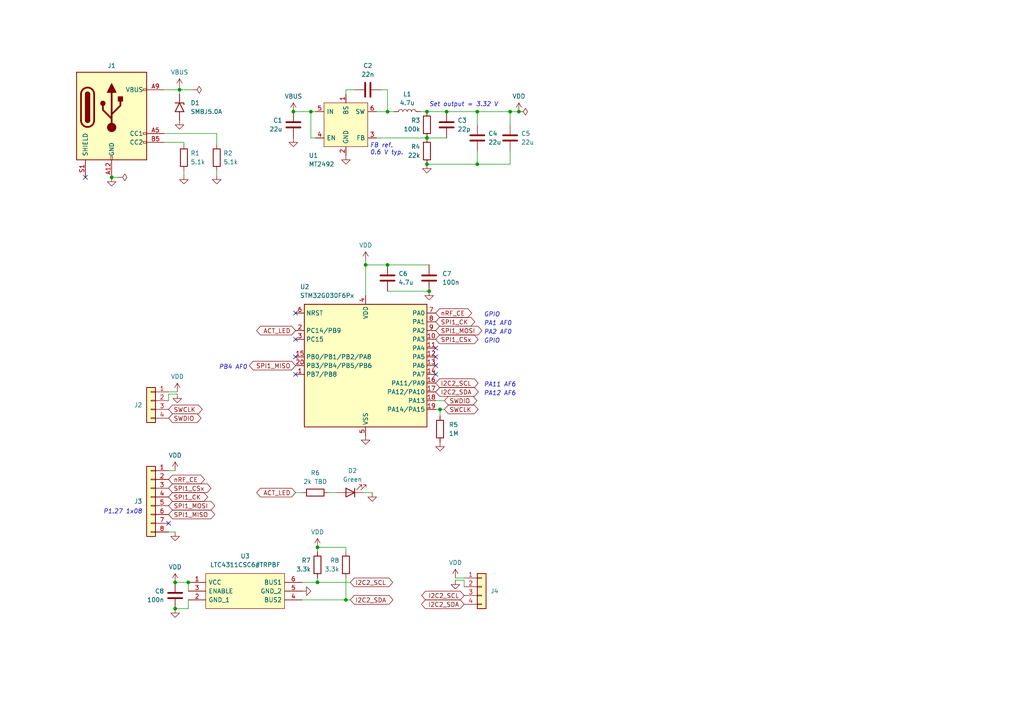
<source format=kicad_sch>
(kicad_sch (version 20230121) (generator eeschema)
  (paper "A4")
  (lib_symbols
    (symbol "Connector:USB_C_Receptacle_PowerOnly_6P" (pin_names (offset 1.016))
      (property "Reference" "J" (at 0 16.51 0))
      (property "Value" "USB_C_Receptacle_PowerOnly_6P" (at 0 13.97 0))
      (symbol "USB_C_Receptacle_PowerOnly_6P_0_0"
        (rectangle (start -0.254 -12.7) (end 0.254 -11.684))
        (rectangle (start 10.16 -7.366) (end 9.144 -7.874))
        (rectangle (start 10.16 -4.826) (end 9.144 -5.334))
        (rectangle (start 10.16 7.874) (end 9.144 7.366))
      )
      (symbol "USB_C_Receptacle_PowerOnly_6P_0_1"
        (rectangle (start -10.16 12.7) (end 10.16 -12.7) (stroke (width 0.254)) (fill (type background)))
        (arc (start -8.89 -1.27) (mid -6.985 -3.1667) (end -5.08 -1.27) (stroke (width 0.508)))
        (arc (start -7.62 -1.27) (mid -6.985 -1.9023) (end -6.35 -1.27) (stroke (width 0.254)))
        (arc (start -7.62 -1.27) (mid -6.985 -1.9023) (end -6.35 -1.27) (stroke (width 0.254)) (fill (type outline)))
        (rectangle (start -7.62 -1.27) (end -6.35 6.35) (stroke (width 0.254)) (fill (type outline)))
        (arc (start -6.35 6.35) (mid -6.985 6.9823) (end -7.62 6.35) (stroke (width 0.254)))
        (arc (start -6.35 6.35) (mid -6.985 6.9823) (end -7.62 6.35) (stroke (width 0.254)) (fill (type outline)))
        (arc (start -5.08 6.35) (mid -6.985 8.2467) (end -8.89 6.35) (stroke (width 0.508)))
        (circle (center -2.54 3.683) (radius 0.635) (stroke (width 0.254)) (fill (type outline)))
        (circle (center 0 -3.302) (radius 1.27) (fill (type outline)))
        (polyline (pts (xy -8.89 -1.27) (xy -8.89 6.35)) (stroke (width 0.508)))
        (polyline (pts (xy -5.08 6.35) (xy -5.08 -1.27)) (stroke (width 0.508)))
        (polyline (pts (xy 0 -3.302) (xy 0 6.858)) (stroke (width 0.508)))
        (polyline (pts (xy 0 -0.762) (xy -2.54 1.778) (xy -2.54 3.048)) (stroke (width 0.508)))
        (polyline (pts (xy 0 0.508) (xy 2.54 3.048) (xy 2.54 4.318)) (stroke (width 0.508)))
        (polyline (pts (xy -1.27 6.858) (xy 0 9.398) (xy 1.27 6.858) (xy -1.27 6.858)) (stroke (width 0.254)) (fill (type outline)))
        (rectangle (start 1.905 4.318) (end 3.175 5.588) (stroke (width 0.254)) (fill (type outline)))
      )
      (symbol "USB_C_Receptacle_PowerOnly_6P_1_1"
        (pin passive line (at 0 -17.78 90) (length 5.08) (name "GND") (number "A12"))
        (pin bidirectional line (at 15.24 -5.08 180) (length 5.08) (name "CC1") (number "A5"))
        (pin passive line (at 15.24 7.62 180) (length 5.08) (name "VBUS") (number "A9"))
        (pin passive line (at 0 -17.78 90) (length 5.08) hide (name "GND") (number "B12"))
        (pin bidirectional line (at 15.24 -7.62 180) (length 5.08) (name "CC2") (number "B5"))
        (pin passive line (at 15.24 7.62 180) (length 5.08) hide (name "VBUS") (number "B9"))
        (pin passive line (at -7.62 -17.78 90) (length 5.08) (name "SHIELD") (number "S1"))
      )
    )
    (symbol "Connector_Generic:Conn_01x04" (pin_names (offset 1.016) hide)
      (property "Reference" "J" (at 0 5.08 0))
      (property "Value" "Conn_01x04" (at 0 -7.62 0))
      (symbol "Conn_01x04_1_1"
        (rectangle (start -1.27 -4.953) (end 0 -5.207) (stroke (width 0.1524)))
        (rectangle (start -1.27 -2.413) (end 0 -2.667) (stroke (width 0.1524)))
        (rectangle (start -1.27 0.127) (end 0 -0.127) (stroke (width 0.1524)))
        (rectangle (start -1.27 2.667) (end 0 2.413) (stroke (width 0.1524)))
        (rectangle (start -1.27 3.81) (end 1.27 -6.35) (stroke (width 0.254)) (fill (type background)))
        (pin passive line (at -5.08 2.54 0) (length 3.81) (name "Pin_1") (number "1"))
        (pin passive line (at -5.08 0 0) (length 3.81) (name "Pin_2") (number "2"))
        (pin passive line (at -5.08 -2.54 0) (length 3.81) (name "Pin_3") (number "3"))
        (pin passive line (at -5.08 -5.08 0) (length 3.81) (name "Pin_4") (number "4"))
      )
    )
    (symbol "Connector_Generic:Conn_01x08" (pin_names (offset 1.016) hide)
      (property "Reference" "J" (at 0 10.16 0))
      (property "Value" "Conn_01x08" (at 0 -12.7 0))
      (symbol "Conn_01x08_1_1"
        (rectangle (start -1.27 -10.033) (end 0 -10.287) (stroke (width 0.1524)))
        (rectangle (start -1.27 -7.493) (end 0 -7.747) (stroke (width 0.1524)))
        (rectangle (start -1.27 -4.953) (end 0 -5.207) (stroke (width 0.1524)))
        (rectangle (start -1.27 -2.413) (end 0 -2.667) (stroke (width 0.1524)))
        (rectangle (start -1.27 0.127) (end 0 -0.127) (stroke (width 0.1524)))
        (rectangle (start -1.27 2.667) (end 0 2.413) (stroke (width 0.1524)))
        (rectangle (start -1.27 5.207) (end 0 4.953) (stroke (width 0.1524)))
        (rectangle (start -1.27 7.747) (end 0 7.493) (stroke (width 0.1524)))
        (rectangle (start -1.27 8.89) (end 1.27 -11.43) (stroke (width 0.254)) (fill (type background)))
        (pin passive line (at -5.08 7.62 0) (length 3.81) (name "Pin_1") (number "1"))
        (pin passive line (at -5.08 5.08 0) (length 3.81) (name "Pin_2") (number "2"))
        (pin passive line (at -5.08 2.54 0) (length 3.81) (name "Pin_3") (number "3"))
        (pin passive line (at -5.08 0 0) (length 3.81) (name "Pin_4") (number "4"))
        (pin passive line (at -5.08 -2.54 0) (length 3.81) (name "Pin_5") (number "5"))
        (pin passive line (at -5.08 -5.08 0) (length 3.81) (name "Pin_6") (number "6"))
        (pin passive line (at -5.08 -7.62 0) (length 3.81) (name "Pin_7") (number "7"))
        (pin passive line (at -5.08 -10.16 0) (length 3.81) (name "Pin_8") (number "8"))
      )
    )
    (symbol "Device:C" (pin_numbers hide) (pin_names (offset 0.254))
      (property "Reference" "C" (at 0.635 2.54 0))
      (property "Value" "C" (at 0.635 -2.54 0))
      (symbol "C_0_1"
        (polyline (pts (xy -2.032 -0.762) (xy 2.032 -0.762)) (stroke (width 0.508)))
        (polyline (pts (xy -2.032 0.762) (xy 2.032 0.762)) (stroke (width 0.508)))
      )
      (symbol "C_1_1"
        (pin passive line (at 0 3.81 270) (length 2.794) (name "~") (number "1"))
        (pin passive line (at 0 -3.81 90) (length 2.794) (name "~") (number "2"))
      )
    )
    (symbol "Device:L" (pin_numbers hide) (pin_names (offset 1.016) hide)
      (property "Reference" "L" (at -1.27 0 90))
      (property "Value" "L" (at 1.905 0 90))
      (symbol "L_0_1"
        (arc (start 0 -2.54) (mid 0.6323 -1.905) (end 0 -1.27))
        (arc (start 0 -1.27) (mid 0.6323 -0.635) (end 0 0))
        (arc (start 0 0) (mid 0.6323 0.635) (end 0 1.27))
        (arc (start 0 1.27) (mid 0.6323 1.905) (end 0 2.54))
      )
      (symbol "L_1_1"
        (pin passive line (at 0 3.81 270) (length 1.27) (name "1") (number "1"))
        (pin passive line (at 0 -3.81 90) (length 1.27) (name "2") (number "2"))
      )
    )
    (symbol "Device:LED" (pin_numbers hide) (pin_names (offset 1.016) hide)
      (property "Reference" "D" (at 0 2.54 0))
      (property "Value" "LED" (at 0 -2.54 0))
      (symbol "LED_0_1"
        (polyline (pts (xy -1.27 -1.27) (xy -1.27 1.27)) (stroke (width 0.254)))
        (polyline (pts (xy -1.27 0) (xy 1.27 0)))
        (polyline (pts (xy 1.27 -1.27) (xy 1.27 1.27) (xy -1.27 0) (xy 1.27 -1.27)) (stroke (width 0.254)))
        (polyline (pts (xy -3.048 -0.762) (xy -4.572 -2.286) (xy -3.81 -2.286) (xy -4.572 -2.286) (xy -4.572 -1.524)))
        (polyline (pts (xy -1.778 -0.762) (xy -3.302 -2.286) (xy -2.54 -2.286) (xy -3.302 -2.286) (xy -3.302 -1.524)))
      )
      (symbol "LED_1_1"
        (pin passive line (at -3.81 0 0) (length 2.54) (name "K") (number "1"))
        (pin passive line (at 3.81 0 180) (length 2.54) (name "A") (number "2"))
      )
    )
    (symbol "Device:R" (pin_numbers hide) (pin_names (offset 0))
      (property "Reference" "R" (at 2.032 0 90))
      (property "Value" "R" (at 0 0 90))
      (symbol "R_0_1"
        (rectangle (start -1.016 -2.54) (end 1.016 2.54) (stroke (width 0.254)))
      )
      (symbol "R_1_1"
        (pin passive line (at 0 3.81 270) (length 1.27) (name "~") (number "1"))
        (pin passive line (at 0 -3.81 90) (length 1.27) (name "~") (number "2"))
      )
    )
    (symbol "Diode:SMF5V0A" (pin_numbers hide) (pin_names (offset 1.016) hide)
      (property "Reference" "D" (at 0 2.54 0))
      (property "Value" "SMF5V0A" (at 0 -2.54 0))
      (symbol "SMF5V0A_0_1"
        (polyline (pts (xy -0.762 1.27) (xy -1.27 1.27) (xy -1.27 -1.27)) (stroke (width 0.254)))
        (polyline (pts (xy 1.27 1.27) (xy 1.27 -1.27) (xy -1.27 0) (xy 1.27 1.27)) (stroke (width 0.254)))
      )
      (symbol "SMF5V0A_1_1"
        (pin passive line (at -3.81 0 0) (length 2.54) (name "A1") (number "1"))
        (pin passive line (at 3.81 0 180) (length 2.54) (name "A2") (number "2"))
      )
    )
    (symbol "Flowerbed_Cen_symbols:LTC4311CSC6#TRPBF" (pin_names (offset 0.762))
      (property "Reference" "U" (at 29.21 7.62 0))
      (property "Value" "LTC4311CSC6#TRPBF" (at 29.21 5.08 0))
      (symbol "LTC4311CSC6#TRPBF_0_0"
        (pin passive line (at 0 0 0) (length 5.08) (name "VCC") (number "1"))
        (pin passive line (at 0 -5.08 0) (length 5.08) (name "GND_1") (number "2"))
        (pin passive line (at 0 -2.54 0) (length 5.08) (name "ENABLE") (number "3"))
        (pin passive line (at 33.02 -5.08 180) (length 5.08) (name "BUS2") (number "4"))
        (pin passive line (at 33.02 -2.54 180) (length 5.08) (name "GND_2") (number "5"))
        (pin passive line (at 33.02 0 180) (length 5.08) (name "BUS1") (number "6"))
      )
      (symbol "LTC4311CSC6#TRPBF_1_1"
        (polyline (pts (xy 5.08 2.54) (xy 27.94 2.54) (xy 27.94 -7.62) (xy 5.08 -7.62) (xy 5.08 2.54)) (stroke (width 0.1524)) (fill (type background)))
      )
    )
    (symbol "Flowerbed_Cen_symbols:MT2492" (pin_names (offset 0.762))
      (property "Reference" "U" (at 21.59 7.62 0))
      (property "Value" "MT2492" (at 21.59 5.08 0))
      (symbol "MT2492_1_0"
        (pin passive line (at 8.89 5.08 270) (length 2.54) (name "BS") (number "1"))
        (pin passive line (at 8.89 -12.7 90) (length 2.54) (name "GND") (number "2"))
        (pin passive line (at 17.78 -7.62 180) (length 2.54) (name "FB") (number "3"))
        (pin passive line (at 0 -7.62 0) (length 2.54) (name "EN") (number "4"))
        (pin passive line (at 0 0 0) (length 2.54) (name "IN") (number "5"))
        (pin passive line (at 17.78 0 180) (length 2.54) (name "SW") (number "6"))
      )
      (symbol "MT2492_1_1"
        (rectangle (start 2.54 2.54) (end 15.24 -10.16) (fill (type background)))
      )
    )
    (symbol "MCU_ST_STM32G0:STM32G030F6Px"
      (property "Reference" "U" (at -17.78 19.05 0))
      (property "Value" "STM32G030F6Px" (at 2.54 19.05 0))
      (symbol "STM32G030F6Px_0_1"
        (rectangle (start -17.78 -17.78) (end 17.78 17.78) (stroke (width 0.254)) (fill (type background)))
      )
      (symbol "STM32G030F6Px_1_1"
        (pin bidirectional line (at -20.32 -2.54 0) (length 2.54) (name "PB7/PB8") (number "1"))
        (pin bidirectional line (at 20.32 7.62 180) (length 2.54) (name "PA3") (number "10"))
        (pin bidirectional line (at 20.32 5.08 180) (length 2.54) (name "PA4") (number "11"))
        (pin bidirectional line (at 20.32 2.54 180) (length 2.54) (name "PA5") (number "12"))
        (pin bidirectional line (at 20.32 0 180) (length 2.54) (name "PA6") (number "13"))
        (pin bidirectional line (at 20.32 -2.54 180) (length 2.54) (name "PA7") (number "14"))
        (pin bidirectional line (at -20.32 2.54 0) (length 2.54) (name "PB0/PB1/PB2/PA8") (number "15"))
        (pin bidirectional line (at 20.32 -5.08 180) (length 2.54) (name "PA11/PA9") (number "16"))
        (pin bidirectional line (at 20.32 -7.62 180) (length 2.54) (name "PA12/PA10") (number "17"))
        (pin bidirectional line (at 20.32 -10.16 180) (length 2.54) (name "PA13") (number "18"))
        (pin bidirectional line (at 20.32 -12.7 180) (length 2.54) (name "PA14/PA15") (number "19"))
        (pin bidirectional line (at -20.32 10.16 0) (length 2.54) (name "PC14/PB9") (number "2"))
        (pin bidirectional line (at -20.32 0 0) (length 2.54) (name "PB3/PB4/PB5/PB6") (number "20"))
        (pin bidirectional line (at -20.32 7.62 0) (length 2.54) (name "PC15") (number "3"))
        (pin power_in line (at 0 20.32 270) (length 2.54) (name "VDD") (number "4"))
        (pin power_in line (at 0 -20.32 90) (length 2.54) (name "VSS") (number "5"))
        (pin input line (at -20.32 15.24 0) (length 2.54) (name "NRST") (number "6"))
        (pin bidirectional line (at 20.32 15.24 180) (length 2.54) (name "PA0") (number "7"))
        (pin bidirectional line (at 20.32 12.7 180) (length 2.54) (name "PA1") (number "8"))
        (pin bidirectional line (at 20.32 10.16 180) (length 2.54) (name "PA2") (number "9"))
      )
    )
    (symbol "power:GND" (power) (pin_names (offset 0))
      (property "Value" "GND" (at 0 -3.81 0))
      (symbol "GND_0_1"
        (polyline (pts (xy 0 0) (xy 0 -1.27) (xy 1.27 -1.27) (xy 0 -2.54) (xy -1.27 -1.27) (xy 0 -1.27)))
      )
      (symbol "GND_1_1"
        (pin power_in line (at 0 0 270) (length 0) hide (name "GND") (number "1"))
      )
    )
    (symbol "power:PWR_FLAG" (power) (pin_numbers hide) (pin_names (offset 0) hide)
      (property "Value" "PWR_FLAG" (at 0 3.81 0))
      (symbol "PWR_FLAG_0_0"
        (pin power_out line (at 0 0 90) (length 0) (name "pwr") (number "1"))
      )
      (symbol "PWR_FLAG_0_1"
        (polyline (pts (xy 0 0) (xy 0 1.27) (xy -1.016 1.905) (xy 0 2.54) (xy 1.016 1.905) (xy 0 1.27)))
      )
    )
    (symbol "power:VBUS" (power) (pin_names (offset 0))
      (property "Value" "VBUS" (at 0 3.81 0))
      (symbol "VBUS_0_1"
        (polyline (pts (xy -0.762 1.27) (xy 0 2.54)))
        (polyline (pts (xy 0 0) (xy 0 2.54)))
        (polyline (pts (xy 0 2.54) (xy 0.762 1.27)))
      )
      (symbol "VBUS_1_1"
        (pin power_in line (at 0 0 90) (length 0) hide (name "VBUS") (number "1"))
      )
    )
    (symbol "power:VDD" (power) (pin_names (offset 0))
      (property "Value" "VDD" (at 0 3.81 0))
      (symbol "VDD_0_1"
        (polyline (pts (xy -0.762 1.27) (xy 0 2.54)))
        (polyline (pts (xy 0 0) (xy 0 2.54)))
        (polyline (pts (xy 0 2.54) (xy 0.762 1.27)))
      )
      (symbol "VDD_1_1"
        (pin power_in line (at 0 0 90) (length 0) hide (name "VDD") (number "1"))
      )
    )
  )
  (junction (at 138.43 47.625))
  (junction (at 52.07 26.035))
  (junction (at 123.825 40.005))
  (junction (at 112.395 32.385))
  (junction (at 129.54 32.385))
  (junction (at 123.825 32.385))
  (junction (at 138.43 32.385))
  (junction (at 32.385 51.435))
  (junction (at 100.33 173.99))
  (junction (at 50.8 176.53))
  (junction (at 85.09 32.385))
  (junction (at 92.075 168.91))
  (junction (at 127.635 118.745))
  (junction (at 90.17 32.385))
  (junction (at 147.955 32.385))
  (junction (at 123.825 47.625))
  (junction (at 112.395 76.835))
  (junction (at 54.61 168.91))
  (junction (at 150.495 32.385))
  (junction (at 92.075 158.75))
  (junction (at 106.045 76.835))
  (junction (at 50.8 168.91))
  (junction (at 124.46 84.455))
  (no_connect (at 24.765 51.435))
  (no_connect (at 85.725 90.805))
  (no_connect (at 126.365 106.045))
  (no_connect (at 85.725 103.505))
  (no_connect (at 48.895 151.765))
  (no_connect (at 85.725 98.425))
  (no_connect (at 126.365 103.505))
  (no_connect (at 85.725 108.585))
  (no_connect (at 126.365 108.585))
  (no_connect (at 126.365 100.965))
  (wire (pts (xy 50.8 168.91) (xy 54.61 168.91)))
  (wire (pts (xy 48.895 136.525) (xy 50.8 136.525)))
  (wire (pts (xy 138.43 43.815) (xy 138.43 47.625)))
  (wire (pts (xy 48.895 114.3) (xy 51.435 114.3)))
  (wire (pts (xy 128.905 116.205) (xy 126.365 116.205)))
  (wire (pts (xy 92.075 168.91) (xy 101.6 168.91)))
  (wire (pts (xy 100.33 27.305) (xy 100.33 26.035)))
  (wire (pts (xy 92.075 158.75) (xy 100.33 158.75)))
  (wire (pts (xy 55.88 26.035) (xy 52.07 26.035)))
  (wire (pts (xy 100.33 173.99) (xy 101.6 173.99)))
  (wire (pts (xy 112.395 26.035) (xy 112.395 32.385)))
  (wire (pts (xy 87.63 173.99) (xy 100.33 173.99)))
  (wire (pts (xy 53.34 49.53) (xy 53.34 50.8)))
  (wire (pts (xy 105.41 142.875) (xy 107.95 142.875)))
  (wire (pts (xy 91.44 40.005) (xy 90.17 40.005)))
  (wire (pts (xy 54.61 168.91) (xy 54.61 171.45)))
  (wire (pts (xy 47.625 41.275) (xy 53.34 41.275)))
  (wire (pts (xy 100.33 26.035) (xy 102.87 26.035)))
  (wire (pts (xy 127.635 118.745) (xy 127.635 120.65)))
  (wire (pts (xy 48.895 116.205) (xy 48.895 114.3)))
  (wire (pts (xy 85.725 142.875) (xy 87.63 142.875)))
  (wire (pts (xy 52.07 27.305) (xy 52.07 26.035)))
  (wire (pts (xy 121.92 32.385) (xy 123.825 32.385)))
  (wire (pts (xy 92.075 158.75) (xy 92.075 160.02)))
  (wire (pts (xy 129.54 32.385) (xy 138.43 32.385)))
  (wire (pts (xy 85.09 32.385) (xy 90.17 32.385)))
  (wire (pts (xy 134.62 168.275) (xy 132.08 168.275)))
  (wire (pts (xy 53.34 41.275) (xy 53.34 41.91)))
  (wire (pts (xy 47.625 38.735) (xy 62.865 38.735)))
  (wire (pts (xy 112.395 84.455) (xy 124.46 84.455)))
  (wire (pts (xy 138.43 47.625) (xy 123.825 47.625)))
  (wire (pts (xy 128.905 118.745) (xy 127.635 118.745)))
  (wire (pts (xy 127.635 118.745) (xy 126.365 118.745)))
  (wire (pts (xy 123.825 40.005) (xy 129.54 40.005)))
  (wire (pts (xy 90.17 32.385) (xy 91.44 32.385)))
  (wire (pts (xy 52.07 25.4) (xy 52.07 26.035)))
  (wire (pts (xy 114.3 32.385) (xy 112.395 32.385)))
  (wire (pts (xy 100.33 167.64) (xy 100.33 173.99)))
  (wire (pts (xy 32.385 51.435) (xy 34.29 51.435)))
  (wire (pts (xy 62.865 38.735) (xy 62.865 41.91)))
  (wire (pts (xy 132.08 167.64) (xy 134.62 167.64)))
  (wire (pts (xy 147.955 32.385) (xy 147.955 36.195)))
  (wire (pts (xy 106.045 76.835) (xy 112.395 76.835)))
  (wire (pts (xy 54.61 176.53) (xy 54.61 173.99)))
  (wire (pts (xy 106.045 76.835) (xy 106.045 85.725)))
  (wire (pts (xy 95.25 142.875) (xy 97.79 142.875)))
  (wire (pts (xy 62.865 49.53) (xy 62.865 50.8)))
  (wire (pts (xy 47.625 26.035) (xy 52.07 26.035)))
  (wire (pts (xy 138.43 32.385) (xy 138.43 36.195)))
  (wire (pts (xy 106.045 75.565) (xy 106.045 76.835)))
  (wire (pts (xy 87.63 168.91) (xy 92.075 168.91)))
  (wire (pts (xy 123.825 32.385) (xy 129.54 32.385)))
  (wire (pts (xy 48.895 154.305) (xy 50.8 154.305)))
  (wire (pts (xy 147.955 32.385) (xy 150.495 32.385)))
  (wire (pts (xy 134.62 170.18) (xy 134.62 168.275)))
  (wire (pts (xy 51.435 113.665) (xy 48.895 113.665)))
  (wire (pts (xy 90.17 40.005) (xy 90.17 32.385)))
  (wire (pts (xy 112.395 26.035) (xy 110.49 26.035)))
  (wire (pts (xy 109.22 40.005) (xy 123.825 40.005)))
  (wire (pts (xy 147.955 43.815) (xy 147.955 47.625)))
  (wire (pts (xy 112.395 76.835) (xy 124.46 76.835)))
  (wire (pts (xy 92.075 167.64) (xy 92.075 168.91)))
  (wire (pts (xy 50.8 176.53) (xy 54.61 176.53)))
  (wire (pts (xy 109.22 32.385) (xy 112.395 32.385)))
  (wire (pts (xy 147.955 47.625) (xy 138.43 47.625)))
  (wire (pts (xy 138.43 32.385) (xy 147.955 32.385)))
  (wire (pts (xy 100.33 158.75) (xy 100.33 160.02)))
  (text "P1.27 1x08" (at 41.275 149.225 0) (effects (font (size 1.27 1.27) italic) (justify right bottom)))
  (text "PA1 AF0" (at 140.335 94.615 0) (effects (font (size 1.27 1.27) italic) (justify left bottom)))
  (text "PA11 AF6" (at 140.335 112.395 0) (effects (font (size 1.27 1.27) italic) (justify left bottom)))
  (text "PA2 AF0" (at 140.335 97.155 0) (effects (font (size 1.27 1.27) italic) (justify left bottom)))
  (text "GPIO" (at 140.335 92.075 0) (effects (font (size 1.27 1.27) italic) (justify left bottom)))
  (text "Set output = 3.32 V" (at 124.46 31.115 0) (effects (font (size 1.27 1.27) italic) (justify left bottom)))
  (text "PA12 AF6" (at 140.335 114.935 0) (effects (font (size 1.27 1.27) italic) (justify left bottom)))
  (text "GPIO" (at 140.335 99.695 0) (effects (font (size 1.27 1.27) italic) (justify left bottom)))
  (text "PB4 AF0" (at 71.755 107.315 0) (effects (font (size 1.27 1.27) italic) (justify right bottom)))
  (text "FB ref.\n0.6 V typ." (at 107.315 45.085 0) (effects (font (size 1.27 1.27) italic) (justify left bottom)))
  (global_label "SPI1_MOSI" (shape bidirectional) (at 48.895 146.685 0) (property "Intersheetrefs" "${INTERSHEET_REFS}" (effects hide)))
  (global_label "SPI1_CSx" (shape bidirectional) (at 48.895 141.605 0) (property "Intersheetrefs" "${INTERSHEET_REFS}" (effects hide)))
  (global_label "SPI1_CSx" (shape bidirectional) (at 126.365 98.425 0) (property "Intersheetrefs" "${INTERSHEET_REFS}" (effects hide)))
  (global_label "SWDIO" (shape bidirectional) (at 48.895 121.285 0) (property "Intersheetrefs" "${INTERSHEET_REFS}" (effects hide)))
  (global_label "SPI1_CK" (shape bidirectional) (at 126.365 93.345 0) (property "Intersheetrefs" "${INTERSHEET_REFS}" (effects hide)))
  (global_label "I2C2_SDA" (shape bidirectional) (at 134.62 175.26 180) (property "Intersheetrefs" "${INTERSHEET_REFS}" (effects hide)))
  (global_label "I2C2_SDA" (shape bidirectional) (at 126.365 113.665 0) (property "Intersheetrefs" "${INTERSHEET_REFS}" (effects hide)))
  (global_label "nRF_CE" (shape bidirectional) (at 126.365 90.805 0) (property "Intersheetrefs" "${INTERSHEET_REFS}" (effects hide)))
  (global_label "SPI1_MISO" (shape bidirectional) (at 85.725 106.045 180) (property "Intersheetrefs" "${INTERSHEET_REFS}" (effects hide)))
  (global_label "SPI1_MOSI" (shape bidirectional) (at 126.365 95.885 0) (property "Intersheetrefs" "${INTERSHEET_REFS}" (effects hide)))
  (global_label "I2C2_SCL" (shape bidirectional) (at 126.365 111.125 0) (property "Intersheetrefs" "${INTERSHEET_REFS}" (effects hide)))
  (global_label "SPI1_CK" (shape bidirectional) (at 48.895 144.145 0) (property "Intersheetrefs" "${INTERSHEET_REFS}" (effects hide)))
  (global_label "ACT_LED" (shape bidirectional) (at 85.725 95.885 180) (property "Intersheetrefs" "${INTERSHEET_REFS}" (effects hide)))
  (global_label "SWDIO" (shape bidirectional) (at 128.905 116.205 0) (property "Intersheetrefs" "${INTERSHEET_REFS}" (effects hide)))
  (global_label "SWCLK" (shape bidirectional) (at 48.895 118.745 0) (property "Intersheetrefs" "${INTERSHEET_REFS}" (effects hide)))
  (global_label "I2C2_SDA" (shape bidirectional) (at 101.6 173.99 0) (property "Intersheetrefs" "${INTERSHEET_REFS}" (effects hide)))
  (global_label "ACT_LED" (shape bidirectional) (at 85.725 142.875 180) (property "Intersheetrefs" "${INTERSHEET_REFS}" (effects hide)))
  (global_label "I2C2_SCL" (shape bidirectional) (at 101.6 168.91 0) (property "Intersheetrefs" "${INTERSHEET_REFS}" (effects hide)))
  (global_label "nRF_CE" (shape bidirectional) (at 48.895 139.065 0) (property "Intersheetrefs" "${INTERSHEET_REFS}" (effects hide)))
  (global_label "I2C2_SCL" (shape bidirectional) (at 134.62 172.72 180) (property "Intersheetrefs" "${INTERSHEET_REFS}" (effects hide)))
  (global_label "SWCLK" (shape bidirectional) (at 128.905 118.745 0) (property "Intersheetrefs" "${INTERSHEET_REFS}" (effects hide)))
  (global_label "SPI1_MISO" (shape bidirectional) (at 48.895 149.225 0) (property "Intersheetrefs" "${INTERSHEET_REFS}" (effects hide)))
  (symbol (lib_id "power:PWR_FLAG") (at 150.495 32.385 270) (unit 1)
    (property "Reference" "#FLG03" (effects hide))
    (property "Value" "PWR_FLAG" (effects hide))
  )
  (symbol (lib_id "power:GND") (at 87.63 171.45 90) (unit 1)
    (property "Reference" "#PWR022" (effects hide))
    (property "Value" "GND" (effects hide))
  )
  (symbol (lib_id "Connector_Generic:Conn_01x04") (at 139.7 170.18 0) (unit 1)
    (property "Reference" "J4" (at 142.24 171.45 0) (effects (justify left)))
    (property "Value" "Conn_01x04" (effects hide))
    (property "Footprint" "Connector_PinHeader_2.54mm:PinHeader_1x04_P2.54mm_Vertical" (effects hide))
  )
  (symbol (lib_id "power:VDD") (at 50.8 136.525 0) (unit 1)
    (property "Reference" "#PWR07" (effects hide))
    (property "Value" "VDD" (at 50.8 132.08 0))
  )
  (symbol (lib_id "power:GND") (at 50.8 154.305 0) (unit 1)
    (property "Reference" "#PWR08" (effects hide))
    (property "Value" "GND" (effects hide))
  )
  (symbol (lib_id "Device:R") (at 53.34 45.72 0) (unit 1)
    (property "Reference" "R1" (at 55.245 44.45 0) (effects (justify left)))
    (property "Value" "5.1k" (at 55.245 46.99 0) (effects (justify left)))
    (property "Footprint" "Resistor_SMD:R_0603_1608Metric" (effects hide))
  )
  (symbol (lib_id "Flowerbed_Cen_symbols:MT2492") (at 91.44 32.385 0) (unit 1)
    (property "Reference" "U1" (at 89.535 45.085 0) (effects (justify left)))
    (property "Value" "MT2492" (at 89.535 47.625 0) (effects (justify left)))
    (property "Footprint" "Package_TO_SOT_SMD:SOT-23-6" (effects hide))
    (property "Datasheet" "https://datasheet.lcsc.com/lcsc/1810262207_XI-AN-Aerosemi-Tech-MT2492_C89358.pdf" (effects hide))
    (property "Description" "Input Supply Voltage . -0.3V to 17V Operating Temperature Range  -40C to +85C EN,FB Voltages .-0.3 to 6V Lead Temperature(Soldering,10s) .....+300C SW Voltage ..-0.3V to (Vin+0.5V) Storage Temperature Range .-65C to 150C" (effects hide))
    (property "Height" "1.45" (effects hide))
    (property "Manufacturer_Name" "Aerosemi" (effects hide))
    (property "Manufacturer_Part_Number" "MT2492" (effects hide))
  )
  (symbol (lib_id "power:VDD") (at 106.045 75.565 0) (unit 1)
    (property "Reference" "#PWR03" (effects hide))
    (property "Value" "VDD" (at 106.045 71.12 0))
  )
  (symbol (lib_id "Device:R") (at 92.075 163.83 0) (mirror y) (unit 1)
    (property "Reference" "R7" (at 90.17 162.56 0) (effects (justify left)))
    (property "Value" "3.3k" (at 90.17 165.1 0) (effects (justify left)))
    (property "Footprint" "Resistor_SMD:R_0603_1608Metric" (effects hide))
  )
  (symbol (lib_id "power:PWR_FLAG") (at 55.88 26.035 270) (unit 1)
    (property "Reference" "#FLG02" (effects hide))
    (property "Value" "PWR_FLAG" (effects hide))
  )
  (symbol (lib_id "power:GND") (at 53.34 50.8 0) (mirror y) (unit 1)
    (property "Reference" "#PWR013" (effects hide))
    (property "Value" "GND" (effects hide))
  )
  (symbol (lib_id "Device:C") (at 106.68 26.035 90) (unit 1)
    (property "Reference" "C2" (at 106.68 19.05 90))
    (property "Value" "22n" (at 106.68 21.59 90))
    (property "Footprint" "Capacitor_SMD:C_0603_1608Metric" (effects hide))
  )
  (symbol (lib_id "power:VDD") (at 51.435 113.665 0) (unit 1)
    (property "Reference" "#PWR01" (effects hide))
    (property "Value" "VDD" (at 51.435 109.22 0))
  )
  (symbol (lib_id "Flowerbed_Cen_symbols:LTC4311CSC6#TRPBF") (at 54.61 168.91 0) (unit 1)
    (property "Reference" "U3" (at 71.12 161.29 0))
    (property "Value" "LTC4311CSC6#TRPBF" (at 71.12 163.83 0))
    (property "Footprint" "Flowerbed_Cen_footprints:SOT65P210X100-6N" (effects hide))
    (property "Datasheet" "https://www.analog.com/media/en/technical-documentation/data-sheets/4311fa.pdf" (effects hide))
    (property "Description" "Interface - Specialized I2C/SMBus Rise Time Accelerator" (effects hide))
    (property "Height" "1" (effects hide))
    (property "Manufacturer_Name" "Analog Devices" (effects hide))
    (property "Manufacturer_Part_Number" "LTC4311CSC6#TRPBF" (effects hide))
    (property "Mouser Part Number" "584-LTC4311CSC6TRPBF" (effects hide))
    (property "Mouser Price/Stock" "https://www.mouser.co.uk/ProductDetail/Analog-Devices/LTC4311CSC6TRPBF?qs=hVkxg5c3xu8dDGkXCTUXoQ%3D%3D" (effects hide))
    (property "Arrow Part Number" "LTC4311CSC6#TRPBF" (effects hide))
    (property "Arrow Price/Stock" "https://www.arrow.com/en/products/ltc4311csc6trpbf/analog-devices?region=nac" (effects hide))
  )
  (symbol (lib_id "power:GND") (at 50.8 176.53 0) (mirror y) (unit 1)
    (property "Reference" "#PWR023" (effects hide))
    (property "Value" "GND" (effects hide))
  )
  (symbol (lib_id "power:GND") (at 127.635 128.27 0) (unit 1)
    (property "Reference" "#PWR06" (effects hide))
    (property "Value" "GND" (effects hide))
  )
  (symbol (lib_id "power:GND") (at 52.07 34.925 0) (mirror y) (unit 1)
    (property "Reference" "#PWR012" (effects hide))
    (property "Value" "GND" (effects hide))
  )
  (symbol (lib_id "power:GND") (at 32.385 51.435 0) (mirror y) (unit 1)
    (property "Reference" "#PWR010" (effects hide))
    (property "Value" "GND" (effects hide))
  )
  (symbol (lib_id "Device:L") (at 118.11 32.385 90) (unit 1)
    (property "Reference" "L1" (at 118.11 27.305 90))
    (property "Value" "4.7u" (at 118.11 29.845 90))
    (property "Footprint" "Inductor_SMD:L_Sunlord_MWSA1004S" (effects hide))
  )
  (symbol (lib_id "power:GND") (at 124.46 84.455 0) (unit 1)
    (property "Reference" "#PWR05" (effects hide))
    (property "Value" "GND" (effects hide))
  )
  (symbol (lib_id "power:GND") (at 100.33 45.085 0) (mirror y) (unit 1)
    (property "Reference" "#PWR017" (effects hide))
    (property "Value" "GND" (effects hide))
  )
  (symbol (lib_id "Device:R") (at 123.825 43.815 0) (mirror y) (unit 1)
    (property "Reference" "R4" (at 121.92 42.545 0) (effects (justify left)))
    (property "Value" "22k" (at 121.92 45.085 0) (effects (justify left)))
    (property "Footprint" "Resistor_SMD:R_0603_1608Metric" (effects hide))
  )
  (symbol (lib_id "Device:R") (at 100.33 163.83 0) (unit 1)
    (property "Reference" "R8" (at 98.425 162.56 0) (effects (justify right)))
    (property "Value" "3.3k" (at 98.425 165.1 0) (effects (justify right)))
    (property "Footprint" "Resistor_SMD:R_0603_1608Metric" (effects hide))
  )
  (symbol (lib_id "Device:R") (at 62.865 45.72 0) (unit 1)
    (property "Reference" "R2" (at 64.77 44.45 0) (effects (justify left)))
    (property "Value" "5.1k" (at 64.77 46.99 0) (effects (justify left)))
    (property "Footprint" "Resistor_SMD:R_0603_1608Metric" (effects hide))
  )
  (symbol (lib_id "Device:C") (at 85.09 36.195 0) (mirror y) (unit 1)
    (property "Reference" "C1" (at 81.915 34.925 0) (effects (justify left)))
    (property "Value" "22u" (at 81.915 37.465 0) (effects (justify left)))
    (property "Footprint" "Capacitor_SMD:C_0603_1608Metric" (effects hide))
  )
  (symbol (lib_id "power:VDD") (at 150.495 32.385 0) (unit 1)
    (property "Reference" "#PWR016" (effects hide))
    (property "Value" "VDD" (at 150.495 27.94 0))
  )
  (symbol (lib_id "Connector_Generic:Conn_01x04") (at 43.815 116.205 0) (mirror y) (unit 1)
    (property "Reference" "J2" (at 41.275 117.475 0) (effects (justify left)))
    (property "Value" "Conn_01x04" (effects hide))
    (property "Footprint" "Flowerbed_footprints:TestPoints_1x04_P2.0" (effects hide))
  )
  (symbol (lib_id "Device:R") (at 91.44 142.875 90) (unit 1)
    (property "Reference" "R6" (at 91.44 137.16 90))
    (property "Value" "2k TBD" (at 91.44 139.7 90))
    (property "Footprint" "Resistor_SMD:R_0603_1608Metric" (effects hide))
  )
  (symbol (lib_id "Device:R") (at 123.825 36.195 0) (mirror y) (unit 1)
    (property "Reference" "R3" (at 121.92 34.925 0) (effects (justify left)))
    (property "Value" "100k" (at 121.92 37.465 0) (effects (justify left)))
    (property "Footprint" "Resistor_SMD:R_0603_1608Metric" (effects hide))
  )
  (symbol (lib_id "Device:C") (at 112.395 80.645 0) (unit 1)
    (property "Reference" "C6" (at 115.57 79.375 0) (effects (justify left)))
    (property "Value" "4.7u" (at 115.57 81.915 0) (effects (justify left)))
    (property "Footprint" "Capacitor_SMD:C_0603_1608Metric" (effects hide))
  )
  (symbol (lib_id "Diode:SMF5V0A") (at 52.07 31.115 270) (unit 1)
    (property "Reference" "D1" (at 55.245 29.845 90) (effects (justify left)))
    (property "Value" "SMBJ5.0A" (at 55.245 32.385 90) (effects (justify left)))
    (property "Footprint" "Diode_SMD:D_SMB" (effects hide))
    (property "Datasheet" "https://www.vishay.com/doc?85881" (effects hide))
  )
  (symbol (lib_id "power:VDD") (at 50.8 168.91 0) (unit 1)
    (property "Reference" "#PWR024" (effects hide))
    (property "Value" "VDD" (at 50.8 164.465 0))
  )
  (symbol (lib_id "power:PWR_FLAG") (at 34.29 51.435 270) (unit 1)
    (property "Reference" "#FLG01" (effects hide))
    (property "Value" "PWR_FLAG" (effects hide))
  )
  (symbol (lib_id "power:VBUS") (at 85.09 32.385 0) (unit 1)
    (property "Reference" "#PWR015" (effects hide))
    (property "Value" "VBUS" (at 85.09 27.94 0))
  )
  (symbol (lib_id "power:GND") (at 51.435 114.3 0) (unit 1)
    (property "Reference" "#PWR02" (effects hide))
    (property "Value" "GND" (effects hide))
  )
  (symbol (lib_id "Device:C") (at 124.46 80.645 0) (unit 1)
    (property "Reference" "C7" (at 128.27 79.375 0) (effects (justify left)))
    (property "Value" "100n" (at 128.27 81.915 0) (effects (justify left)))
    (property "Footprint" "Capacitor_SMD:C_0603_1608Metric" (effects hide))
  )
  (symbol (lib_id "power:GND") (at 132.08 168.275 0) (mirror y) (unit 1)
    (property "Reference" "#PWR021" (effects hide))
    (property "Value" "GND" (effects hide))
  )
  (symbol (lib_id "power:VDD") (at 132.08 167.64 0) (mirror y) (unit 1)
    (property "Reference" "#PWR020" (effects hide))
    (property "Value" "VDD" (at 132.08 163.195 0))
  )
  (symbol (lib_id "MCU_ST_STM32G0:STM32G030F6Px") (at 106.045 106.045 0) (unit 1)
    (property "Reference" "U2" (at 86.995 83.185 0) (effects (justify left)))
    (property "Value" "STM32G030F6Px" (at 86.995 85.725 0) (effects (justify left)))
    (property "Footprint" "Package_SO:TSSOP-20_4.4x6.5mm_P0.65mm" (effects hide))
    (property "Datasheet" "https://www.st.com/resource/en/datasheet/stm32g030f6.pdf" (effects hide))
  )
  (symbol (lib_id "Device:C") (at 147.955 40.005 0) (unit 1)
    (property "Reference" "C5" (at 151.13 38.735 0) (effects (justify left)))
    (property "Value" "22u" (at 151.13 41.275 0) (effects (justify left)))
    (property "Footprint" "Capacitor_SMD:C_0603_1608Metric" (effects hide))
  )
  (symbol (lib_id "Device:R") (at 127.635 124.46 0) (unit 1)
    (property "Reference" "R5" (at 130.175 123.19 0) (effects (justify left)))
    (property "Value" "1M" (at 130.175 125.73 0) (effects (justify left)))
    (property "Footprint" "Resistor_SMD:R_0603_1608Metric" (effects hide))
  )
  (symbol (lib_id "power:VBUS") (at 52.07 25.4 0) (unit 1)
    (property "Reference" "#PWR011" (effects hide))
    (property "Value" "VBUS" (at 52.07 20.955 0))
  )
  (symbol (lib_id "power:VDD") (at 92.075 158.75 0) (unit 1)
    (property "Reference" "#PWR025" (effects hide))
    (property "Value" "VDD" (at 92.075 154.305 0))
  )
  (symbol (lib_id "power:GND") (at 106.045 126.365 0) (unit 1)
    (property "Reference" "#PWR04" (effects hide))
    (property "Value" "GND" (effects hide))
  )
  (symbol (lib_id "power:GND") (at 85.09 40.005 0) (mirror y) (unit 1)
    (property "Reference" "#PWR018" (effects hide))
    (property "Value" "GND" (effects hide))
  )
  (symbol (lib_id "Device:C") (at 129.54 36.195 0) (unit 1)
    (property "Reference" "C3" (at 132.715 34.925 0) (effects (justify left)))
    (property "Value" "22p" (at 132.715 37.465 0) (effects (justify left)))
    (property "Footprint" "Capacitor_SMD:C_0603_1608Metric" (effects hide))
  )
  (symbol (lib_id "power:GND") (at 123.825 47.625 0) (mirror y) (unit 1)
    (property "Reference" "#PWR019" (effects hide))
    (property "Value" "GND" (effects hide))
  )
  (symbol (lib_id "Connector_Generic:Conn_01x08") (at 43.815 144.145 0) (mirror y) (unit 1)
    (property "Reference" "J3" (at 41.275 145.415 0) (effects (justify left)))
    (property "Value" "Conn_01x08" (effects hide))
    (property "Footprint" "Flowerbed_Cen_footprints:SMD_Module_P1.27_1x08" (effects hide))
  )
  (symbol (lib_id "Device:LED") (at 101.6 142.875 180) (unit 1)
    (property "Reference" "D2" (at 102.235 136.525 0))
    (property "Value" "Green" (at 102.235 139.065 0))
    (property "Footprint" "LED_SMD:LED_0603_1608Metric" (effects hide))
  )
  (symbol (lib_id "power:GND") (at 107.95 142.875 0) (unit 1)
    (property "Reference" "#PWR09" (effects hide))
    (property "Value" "GND" (effects hide))
  )
  (symbol (lib_id "power:GND") (at 62.865 50.8 0) (mirror y) (unit 1)
    (property "Reference" "#PWR014" (effects hide))
    (property "Value" "GND" (effects hide))
  )
  (symbol (lib_id "Connector:USB_C_Receptacle_PowerOnly_6P") (at 32.385 33.655 0) (unit 1)
    (property "Reference" "J1" (at 32.385 19.05 0))
    (property "Value" "USB_C_Receptacle_PowerOnly_6P" (effects hide))
    (property "Footprint" "Flowerbed_Cen_footprints:USB_C_Receptacle" (effects hide))
    (property "Datasheet" "https://www.usb.org/sites/default/files/documents/usb_type-c.zip" (effects hide))
  )
  (symbol (lib_id "Device:C") (at 138.43 40.005 0) (unit 1)
    (property "Reference" "C4" (at 141.605 38.735 0) (effects (justify left)))
    (property "Value" "22u" (at 141.605 41.275 0) (effects (justify left)))
    (property "Footprint" "Capacitor_SMD:C_0603_1608Metric" (effects hide))
  )
  (symbol (lib_id "Device:C") (at 50.8 172.72 0) (mirror y) (unit 1)
    (property "Reference" "C8" (at 47.625 171.45 0) (effects (justify left)))
    (property "Value" "100n" (at 47.625 173.99 0) (effects (justify left)))
    (property "Footprint" "Capacitor_SMD:C_0603_1608Metric" (effects hide))
  )
)
</source>
